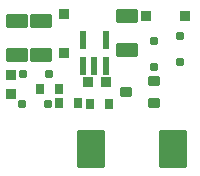
<source format=gtp>
G04*
G04 #@! TF.GenerationSoftware,Altium Limited,Altium Designer,20.2.7 (254)*
G04*
G04 Layer_Color=8421504*
%FSLAX25Y25*%
%MOIN*%
G70*
G04*
G04 #@! TF.SameCoordinates,DA4A69CC-0FFB-40CA-8B1E-561776DE4CFB*
G04*
G04*
G04 #@! TF.FilePolarity,Positive*
G04*
G01*
G75*
G04:AMPARAMS|DCode=16|XSize=70.87mil|YSize=45.28mil|CornerRadius=4.53mil|HoleSize=0mil|Usage=FLASHONLY|Rotation=0.000|XOffset=0mil|YOffset=0mil|HoleType=Round|Shape=RoundedRectangle|*
%AMROUNDEDRECTD16*
21,1,0.07087,0.03622,0,0,0.0*
21,1,0.06181,0.04528,0,0,0.0*
1,1,0.00906,0.03091,-0.01811*
1,1,0.00906,-0.03091,-0.01811*
1,1,0.00906,-0.03091,0.01811*
1,1,0.00906,0.03091,0.01811*
%
%ADD16ROUNDEDRECTD16*%
G04:AMPARAMS|DCode=17|XSize=33.47mil|YSize=33.47mil|CornerRadius=3.35mil|HoleSize=0mil|Usage=FLASHONLY|Rotation=180.000|XOffset=0mil|YOffset=0mil|HoleType=Round|Shape=RoundedRectangle|*
%AMROUNDEDRECTD17*
21,1,0.03347,0.02677,0,0,180.0*
21,1,0.02677,0.03347,0,0,180.0*
1,1,0.00669,-0.01339,0.01339*
1,1,0.00669,0.01339,0.01339*
1,1,0.00669,0.01339,-0.01339*
1,1,0.00669,-0.01339,-0.01339*
%
%ADD17ROUNDEDRECTD17*%
G04:AMPARAMS|DCode=18|XSize=35.43mil|YSize=37.4mil|CornerRadius=3.54mil|HoleSize=0mil|Usage=FLASHONLY|Rotation=90.000|XOffset=0mil|YOffset=0mil|HoleType=Round|Shape=RoundedRectangle|*
%AMROUNDEDRECTD18*
21,1,0.03543,0.03032,0,0,90.0*
21,1,0.02835,0.03740,0,0,90.0*
1,1,0.00709,0.01516,0.01417*
1,1,0.00709,0.01516,-0.01417*
1,1,0.00709,-0.01516,-0.01417*
1,1,0.00709,-0.01516,0.01417*
%
%ADD18ROUNDEDRECTD18*%
G04:AMPARAMS|DCode=19|XSize=35.43mil|YSize=37.4mil|CornerRadius=3.54mil|HoleSize=0mil|Usage=FLASHONLY|Rotation=90.000|XOffset=0mil|YOffset=0mil|HoleType=Round|Shape=RoundedRectangle|*
%AMROUNDEDRECTD19*
21,1,0.03543,0.03032,0,0,90.0*
21,1,0.02835,0.03740,0,0,90.0*
1,1,0.00709,0.01516,0.01417*
1,1,0.00709,0.01516,-0.01417*
1,1,0.00709,-0.01516,-0.01417*
1,1,0.00709,-0.01516,0.01417*
%
%ADD19ROUNDEDRECTD19*%
G04:AMPARAMS|DCode=20|XSize=21.65mil|YSize=57.09mil|CornerRadius=2.17mil|HoleSize=0mil|Usage=FLASHONLY|Rotation=0.000|XOffset=0mil|YOffset=0mil|HoleType=Round|Shape=RoundedRectangle|*
%AMROUNDEDRECTD20*
21,1,0.02165,0.05276,0,0,0.0*
21,1,0.01732,0.05709,0,0,0.0*
1,1,0.00433,0.00866,-0.02638*
1,1,0.00433,-0.00866,-0.02638*
1,1,0.00433,-0.00866,0.02638*
1,1,0.00433,0.00866,0.02638*
%
%ADD20ROUNDEDRECTD20*%
G04:AMPARAMS|DCode=21|XSize=21.65mil|YSize=57.09mil|CornerRadius=2.17mil|HoleSize=0mil|Usage=FLASHONLY|Rotation=0.000|XOffset=0mil|YOffset=0mil|HoleType=Round|Shape=RoundedRectangle|*
%AMROUNDEDRECTD21*
21,1,0.02165,0.05276,0,0,0.0*
21,1,0.01732,0.05709,0,0,0.0*
1,1,0.00433,0.00866,-0.02638*
1,1,0.00433,-0.00866,-0.02638*
1,1,0.00433,-0.00866,0.02638*
1,1,0.00433,0.00866,0.02638*
%
%ADD21ROUNDEDRECTD21*%
G04:AMPARAMS|DCode=22|XSize=94.49mil|YSize=129.92mil|CornerRadius=9.45mil|HoleSize=0mil|Usage=FLASHONLY|Rotation=180.000|XOffset=0mil|YOffset=0mil|HoleType=Round|Shape=RoundedRectangle|*
%AMROUNDEDRECTD22*
21,1,0.09449,0.11102,0,0,180.0*
21,1,0.07559,0.12992,0,0,180.0*
1,1,0.01890,-0.03780,0.05551*
1,1,0.01890,0.03780,0.05551*
1,1,0.01890,0.03780,-0.05551*
1,1,0.01890,-0.03780,-0.05551*
%
%ADD22ROUNDEDRECTD22*%
G04:AMPARAMS|DCode=23|XSize=23.62mil|YSize=23.62mil|CornerRadius=2.36mil|HoleSize=0mil|Usage=FLASHONLY|Rotation=270.000|XOffset=0mil|YOffset=0mil|HoleType=Round|Shape=RoundedRectangle|*
%AMROUNDEDRECTD23*
21,1,0.02362,0.01890,0,0,270.0*
21,1,0.01890,0.02362,0,0,270.0*
1,1,0.00472,-0.00945,-0.00945*
1,1,0.00472,-0.00945,0.00945*
1,1,0.00472,0.00945,0.00945*
1,1,0.00472,0.00945,-0.00945*
%
%ADD23ROUNDEDRECTD23*%
G04:AMPARAMS|DCode=24|XSize=35.83mil|YSize=33.47mil|CornerRadius=3.35mil|HoleSize=0mil|Usage=FLASHONLY|Rotation=0.000|XOffset=0mil|YOffset=0mil|HoleType=Round|Shape=RoundedRectangle|*
%AMROUNDEDRECTD24*
21,1,0.03583,0.02677,0,0,0.0*
21,1,0.02913,0.03347,0,0,0.0*
1,1,0.00669,0.01457,-0.01339*
1,1,0.00669,-0.01457,-0.01339*
1,1,0.00669,-0.01457,0.01339*
1,1,0.00669,0.01457,0.01339*
%
%ADD24ROUNDEDRECTD24*%
G04:AMPARAMS|DCode=25|XSize=23.62mil|YSize=23.62mil|CornerRadius=2.36mil|HoleSize=0mil|Usage=FLASHONLY|Rotation=180.000|XOffset=0mil|YOffset=0mil|HoleType=Round|Shape=RoundedRectangle|*
%AMROUNDEDRECTD25*
21,1,0.02362,0.01890,0,0,180.0*
21,1,0.01890,0.02362,0,0,180.0*
1,1,0.00472,-0.00945,0.00945*
1,1,0.00472,0.00945,0.00945*
1,1,0.00472,0.00945,-0.00945*
1,1,0.00472,-0.00945,-0.00945*
%
%ADD25ROUNDEDRECTD25*%
G04:AMPARAMS|DCode=26|XSize=27.56mil|YSize=36.22mil|CornerRadius=2.76mil|HoleSize=0mil|Usage=FLASHONLY|Rotation=0.000|XOffset=0mil|YOffset=0mil|HoleType=Round|Shape=RoundedRectangle|*
%AMROUNDEDRECTD26*
21,1,0.02756,0.03071,0,0,0.0*
21,1,0.02205,0.03622,0,0,0.0*
1,1,0.00551,0.01102,-0.01535*
1,1,0.00551,-0.01102,-0.01535*
1,1,0.00551,-0.01102,0.01535*
1,1,0.00551,0.01102,0.01535*
%
%ADD26ROUNDEDRECTD26*%
G04:AMPARAMS|DCode=27|XSize=33.47mil|YSize=33.47mil|CornerRadius=3.35mil|HoleSize=0mil|Usage=FLASHONLY|Rotation=90.000|XOffset=0mil|YOffset=0mil|HoleType=Round|Shape=RoundedRectangle|*
%AMROUNDEDRECTD27*
21,1,0.03347,0.02677,0,0,90.0*
21,1,0.02677,0.03347,0,0,90.0*
1,1,0.00669,0.01339,0.01339*
1,1,0.00669,0.01339,-0.01339*
1,1,0.00669,-0.01339,-0.01339*
1,1,0.00669,-0.01339,0.01339*
%
%ADD27ROUNDEDRECTD27*%
G04:AMPARAMS|DCode=28|XSize=35.83mil|YSize=33.47mil|CornerRadius=3.35mil|HoleSize=0mil|Usage=FLASHONLY|Rotation=90.000|XOffset=0mil|YOffset=0mil|HoleType=Round|Shape=RoundedRectangle|*
%AMROUNDEDRECTD28*
21,1,0.03583,0.02677,0,0,90.0*
21,1,0.02913,0.03347,0,0,90.0*
1,1,0.00669,0.01339,0.01457*
1,1,0.00669,0.01339,-0.01457*
1,1,0.00669,-0.01339,-0.01457*
1,1,0.00669,-0.01339,0.01457*
%
%ADD28ROUNDEDRECTD28*%
D16*
X13583Y55807D02*
D03*
Y44390D02*
D03*
X5512Y55905D02*
D03*
Y44488D02*
D03*
X42323Y57480D02*
D03*
Y46063D02*
D03*
D17*
X35394Y35433D02*
D03*
X29173D02*
D03*
D18*
X51201Y28445D02*
D03*
X41949Y32185D02*
D03*
D19*
X51201Y35925D02*
D03*
D20*
X27657Y49449D02*
D03*
X35138D02*
D03*
Y40984D02*
D03*
X31398D02*
D03*
D21*
X27657Y40984D02*
D03*
D22*
X57480Y13091D02*
D03*
X30118D02*
D03*
D23*
X15945Y28150D02*
D03*
X7283D02*
D03*
X7579Y38189D02*
D03*
X16240D02*
D03*
D24*
X48622Y57480D02*
D03*
X61614D02*
D03*
D25*
X60039Y42126D02*
D03*
Y50787D02*
D03*
X51368Y40443D02*
D03*
Y49104D02*
D03*
D26*
X19587Y28346D02*
D03*
X25886D02*
D03*
X19685Y33169D02*
D03*
X13386D02*
D03*
X29921Y28150D02*
D03*
X36220D02*
D03*
D27*
X3642Y31496D02*
D03*
Y37716D02*
D03*
D28*
X21161Y58169D02*
D03*
Y45177D02*
D03*
M02*

</source>
